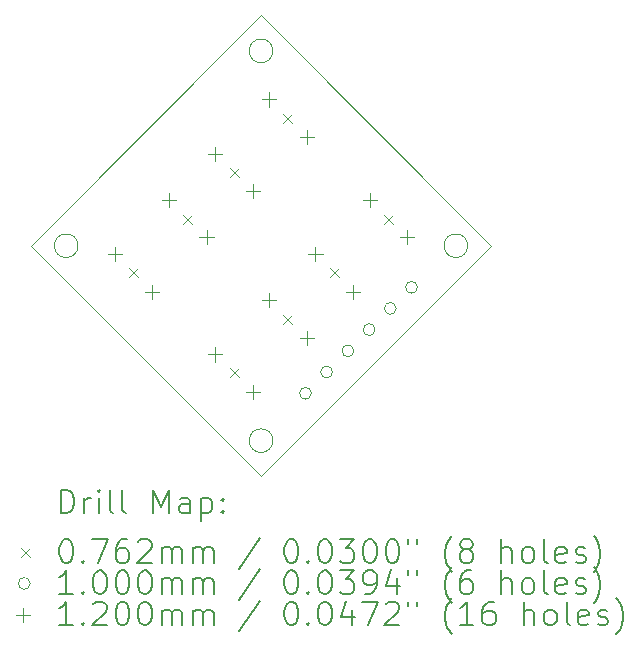
<source format=gbr>
%TF.GenerationSoftware,KiCad,Pcbnew,(6.0.9)*%
%TF.CreationDate,2023-04-13T12:37:56+10:00*%
%TF.ProjectId,Dpadleft,44706164-6c65-4667-942e-6b696361645f,rev?*%
%TF.SameCoordinates,PX6bc3e40PY700e860*%
%TF.FileFunction,Drillmap*%
%TF.FilePolarity,Positive*%
%FSLAX45Y45*%
G04 Gerber Fmt 4.5, Leading zero omitted, Abs format (unit mm)*
G04 Created by KiCad (PCBNEW (6.0.9)) date 2023-04-13 12:37:56*
%MOMM*%
%LPD*%
G01*
G04 APERTURE LIST*
%ADD10C,0.100000*%
%ADD11C,0.200000*%
%ADD12C,0.076200*%
%ADD13C,0.120000*%
G04 APERTURE END LIST*
D10*
X400000Y0D02*
G75*
G03*
X400000Y0I-100000J0D01*
G01*
X1950000Y1950000D02*
X0Y0D01*
X3700000Y0D02*
G75*
G03*
X3700000Y0I-100000J0D01*
G01*
X2050000Y-1650000D02*
G75*
G03*
X2050000Y-1650000I-100000J0D01*
G01*
X3900000Y0D02*
X1950000Y1950000D01*
X1950000Y-1950000D02*
X3900000Y0D01*
X0Y0D02*
X1950000Y-1950000D01*
X2050000Y1650000D02*
G75*
G03*
X2050000Y1650000I-100000J0D01*
G01*
D11*
D12*
X835626Y-188174D02*
X911826Y-264374D01*
X911826Y-188174D02*
X835626Y-264374D01*
X1288174Y264374D02*
X1364374Y188174D01*
X1364374Y264374D02*
X1288174Y188174D01*
X1685626Y661826D02*
X1761826Y585626D01*
X1761826Y661826D02*
X1685626Y585626D01*
X1685626Y-1038174D02*
X1761826Y-1114374D01*
X1761826Y-1038174D02*
X1685626Y-1114374D01*
X2138174Y1114374D02*
X2214374Y1038174D01*
X2214374Y1114374D02*
X2138174Y1038174D01*
X2138174Y-585626D02*
X2214374Y-661826D01*
X2214374Y-585626D02*
X2138174Y-661826D01*
X2535626Y-188174D02*
X2611826Y-264374D01*
X2611826Y-188174D02*
X2535626Y-264374D01*
X2988174Y264374D02*
X3064374Y188174D01*
X3064374Y264374D02*
X2988174Y188174D01*
D10*
X2375987Y-1249013D02*
G75*
G03*
X2375987Y-1249013I-50000J0D01*
G01*
X2555592Y-1069408D02*
G75*
G03*
X2555592Y-1069408I-50000J0D01*
G01*
X2735197Y-889803D02*
G75*
G03*
X2735197Y-889803I-50000J0D01*
G01*
X2914803Y-710197D02*
G75*
G03*
X2914803Y-710197I-50000J0D01*
G01*
X3094408Y-530592D02*
G75*
G03*
X3094408Y-530592I-50000J0D01*
G01*
X3274013Y-350987D02*
G75*
G03*
X3274013Y-350987I-50000J0D01*
G01*
D13*
X711091Y-10711D02*
X711091Y-130711D01*
X651091Y-70711D02*
X771091Y-70711D01*
X1029289Y-328909D02*
X1029289Y-448909D01*
X969289Y-388909D02*
X1089289Y-388909D01*
X1170711Y448909D02*
X1170711Y328909D01*
X1110711Y388909D02*
X1230711Y388909D01*
X1488909Y130711D02*
X1488909Y10711D01*
X1428909Y70711D02*
X1548909Y70711D01*
X1561091Y839289D02*
X1561091Y719289D01*
X1501091Y779289D02*
X1621091Y779289D01*
X1561091Y-860711D02*
X1561091Y-980711D01*
X1501091Y-920711D02*
X1621091Y-920711D01*
X1879289Y521091D02*
X1879289Y401091D01*
X1819289Y461091D02*
X1939289Y461091D01*
X1879289Y-1178909D02*
X1879289Y-1298909D01*
X1819289Y-1238909D02*
X1939289Y-1238909D01*
X2020711Y1298909D02*
X2020711Y1178909D01*
X1960711Y1238909D02*
X2080711Y1238909D01*
X2020711Y-401091D02*
X2020711Y-521091D01*
X1960711Y-461091D02*
X2080711Y-461091D01*
X2338909Y980711D02*
X2338909Y860711D01*
X2278909Y920711D02*
X2398909Y920711D01*
X2338909Y-719289D02*
X2338909Y-839289D01*
X2278909Y-779289D02*
X2398909Y-779289D01*
X2411091Y-10711D02*
X2411091Y-130711D01*
X2351091Y-70711D02*
X2471091Y-70711D01*
X2729289Y-328909D02*
X2729289Y-448909D01*
X2669289Y-388909D02*
X2789289Y-388909D01*
X2870711Y448909D02*
X2870711Y328909D01*
X2810711Y388909D02*
X2930711Y388909D01*
X3188909Y130711D02*
X3188909Y10711D01*
X3128909Y70711D02*
X3248909Y70711D01*
D11*
X252619Y-2265476D02*
X252619Y-2065476D01*
X300238Y-2065476D01*
X328810Y-2075000D01*
X347857Y-2094048D01*
X357381Y-2113095D01*
X366905Y-2151190D01*
X366905Y-2179762D01*
X357381Y-2217857D01*
X347857Y-2236905D01*
X328810Y-2255952D01*
X300238Y-2265476D01*
X252619Y-2265476D01*
X452619Y-2265476D02*
X452619Y-2132143D01*
X452619Y-2170238D02*
X462143Y-2151190D01*
X471667Y-2141667D01*
X490714Y-2132143D01*
X509762Y-2132143D01*
X576429Y-2265476D02*
X576429Y-2132143D01*
X576429Y-2065476D02*
X566905Y-2075000D01*
X576429Y-2084524D01*
X585952Y-2075000D01*
X576429Y-2065476D01*
X576429Y-2084524D01*
X700238Y-2265476D02*
X681190Y-2255952D01*
X671667Y-2236905D01*
X671667Y-2065476D01*
X805000Y-2265476D02*
X785952Y-2255952D01*
X776428Y-2236905D01*
X776428Y-2065476D01*
X1033571Y-2265476D02*
X1033571Y-2065476D01*
X1100238Y-2208333D01*
X1166905Y-2065476D01*
X1166905Y-2265476D01*
X1347857Y-2265476D02*
X1347857Y-2160714D01*
X1338333Y-2141667D01*
X1319286Y-2132143D01*
X1281190Y-2132143D01*
X1262143Y-2141667D01*
X1347857Y-2255952D02*
X1328810Y-2265476D01*
X1281190Y-2265476D01*
X1262143Y-2255952D01*
X1252619Y-2236905D01*
X1252619Y-2217857D01*
X1262143Y-2198810D01*
X1281190Y-2189286D01*
X1328810Y-2189286D01*
X1347857Y-2179762D01*
X1443095Y-2132143D02*
X1443095Y-2332143D01*
X1443095Y-2141667D02*
X1462143Y-2132143D01*
X1500238Y-2132143D01*
X1519286Y-2141667D01*
X1528809Y-2151190D01*
X1538333Y-2170238D01*
X1538333Y-2227381D01*
X1528809Y-2246429D01*
X1519286Y-2255952D01*
X1500238Y-2265476D01*
X1462143Y-2265476D01*
X1443095Y-2255952D01*
X1624048Y-2246429D02*
X1633571Y-2255952D01*
X1624048Y-2265476D01*
X1614524Y-2255952D01*
X1624048Y-2246429D01*
X1624048Y-2265476D01*
X1624048Y-2141667D02*
X1633571Y-2151190D01*
X1624048Y-2160714D01*
X1614524Y-2151190D01*
X1624048Y-2141667D01*
X1624048Y-2160714D01*
D12*
X-81200Y-2556900D02*
X-5000Y-2633100D01*
X-5000Y-2556900D02*
X-81200Y-2633100D01*
D11*
X290714Y-2485476D02*
X309762Y-2485476D01*
X328810Y-2495000D01*
X338333Y-2504524D01*
X347857Y-2523571D01*
X357381Y-2561667D01*
X357381Y-2609286D01*
X347857Y-2647381D01*
X338333Y-2666429D01*
X328810Y-2675952D01*
X309762Y-2685476D01*
X290714Y-2685476D01*
X271667Y-2675952D01*
X262143Y-2666429D01*
X252619Y-2647381D01*
X243095Y-2609286D01*
X243095Y-2561667D01*
X252619Y-2523571D01*
X262143Y-2504524D01*
X271667Y-2495000D01*
X290714Y-2485476D01*
X443095Y-2666429D02*
X452619Y-2675952D01*
X443095Y-2685476D01*
X433571Y-2675952D01*
X443095Y-2666429D01*
X443095Y-2685476D01*
X519286Y-2485476D02*
X652619Y-2485476D01*
X566905Y-2685476D01*
X814524Y-2485476D02*
X776428Y-2485476D01*
X757381Y-2495000D01*
X747857Y-2504524D01*
X728809Y-2533095D01*
X719286Y-2571190D01*
X719286Y-2647381D01*
X728809Y-2666429D01*
X738333Y-2675952D01*
X757381Y-2685476D01*
X795476Y-2685476D01*
X814524Y-2675952D01*
X824048Y-2666429D01*
X833571Y-2647381D01*
X833571Y-2599762D01*
X824048Y-2580714D01*
X814524Y-2571190D01*
X795476Y-2561667D01*
X757381Y-2561667D01*
X738333Y-2571190D01*
X728809Y-2580714D01*
X719286Y-2599762D01*
X909762Y-2504524D02*
X919286Y-2495000D01*
X938333Y-2485476D01*
X985952Y-2485476D01*
X1005000Y-2495000D01*
X1014524Y-2504524D01*
X1024048Y-2523571D01*
X1024048Y-2542619D01*
X1014524Y-2571190D01*
X900238Y-2685476D01*
X1024048Y-2685476D01*
X1109762Y-2685476D02*
X1109762Y-2552143D01*
X1109762Y-2571190D02*
X1119286Y-2561667D01*
X1138333Y-2552143D01*
X1166905Y-2552143D01*
X1185952Y-2561667D01*
X1195476Y-2580714D01*
X1195476Y-2685476D01*
X1195476Y-2580714D02*
X1205000Y-2561667D01*
X1224048Y-2552143D01*
X1252619Y-2552143D01*
X1271667Y-2561667D01*
X1281190Y-2580714D01*
X1281190Y-2685476D01*
X1376429Y-2685476D02*
X1376429Y-2552143D01*
X1376429Y-2571190D02*
X1385952Y-2561667D01*
X1405000Y-2552143D01*
X1433571Y-2552143D01*
X1452619Y-2561667D01*
X1462143Y-2580714D01*
X1462143Y-2685476D01*
X1462143Y-2580714D02*
X1471667Y-2561667D01*
X1490714Y-2552143D01*
X1519286Y-2552143D01*
X1538333Y-2561667D01*
X1547857Y-2580714D01*
X1547857Y-2685476D01*
X1938333Y-2475952D02*
X1766905Y-2733095D01*
X2195476Y-2485476D02*
X2214524Y-2485476D01*
X2233571Y-2495000D01*
X2243095Y-2504524D01*
X2252619Y-2523571D01*
X2262143Y-2561667D01*
X2262143Y-2609286D01*
X2252619Y-2647381D01*
X2243095Y-2666429D01*
X2233571Y-2675952D01*
X2214524Y-2685476D01*
X2195476Y-2685476D01*
X2176429Y-2675952D01*
X2166905Y-2666429D01*
X2157381Y-2647381D01*
X2147857Y-2609286D01*
X2147857Y-2561667D01*
X2157381Y-2523571D01*
X2166905Y-2504524D01*
X2176429Y-2495000D01*
X2195476Y-2485476D01*
X2347857Y-2666429D02*
X2357381Y-2675952D01*
X2347857Y-2685476D01*
X2338333Y-2675952D01*
X2347857Y-2666429D01*
X2347857Y-2685476D01*
X2481190Y-2485476D02*
X2500238Y-2485476D01*
X2519286Y-2495000D01*
X2528810Y-2504524D01*
X2538333Y-2523571D01*
X2547857Y-2561667D01*
X2547857Y-2609286D01*
X2538333Y-2647381D01*
X2528810Y-2666429D01*
X2519286Y-2675952D01*
X2500238Y-2685476D01*
X2481190Y-2685476D01*
X2462143Y-2675952D01*
X2452619Y-2666429D01*
X2443095Y-2647381D01*
X2433571Y-2609286D01*
X2433571Y-2561667D01*
X2443095Y-2523571D01*
X2452619Y-2504524D01*
X2462143Y-2495000D01*
X2481190Y-2485476D01*
X2614524Y-2485476D02*
X2738333Y-2485476D01*
X2671667Y-2561667D01*
X2700238Y-2561667D01*
X2719286Y-2571190D01*
X2728810Y-2580714D01*
X2738333Y-2599762D01*
X2738333Y-2647381D01*
X2728810Y-2666429D01*
X2719286Y-2675952D01*
X2700238Y-2685476D01*
X2643095Y-2685476D01*
X2624048Y-2675952D01*
X2614524Y-2666429D01*
X2862143Y-2485476D02*
X2881190Y-2485476D01*
X2900238Y-2495000D01*
X2909762Y-2504524D01*
X2919286Y-2523571D01*
X2928809Y-2561667D01*
X2928809Y-2609286D01*
X2919286Y-2647381D01*
X2909762Y-2666429D01*
X2900238Y-2675952D01*
X2881190Y-2685476D01*
X2862143Y-2685476D01*
X2843095Y-2675952D01*
X2833571Y-2666429D01*
X2824048Y-2647381D01*
X2814524Y-2609286D01*
X2814524Y-2561667D01*
X2824048Y-2523571D01*
X2833571Y-2504524D01*
X2843095Y-2495000D01*
X2862143Y-2485476D01*
X3052619Y-2485476D02*
X3071667Y-2485476D01*
X3090714Y-2495000D01*
X3100238Y-2504524D01*
X3109762Y-2523571D01*
X3119286Y-2561667D01*
X3119286Y-2609286D01*
X3109762Y-2647381D01*
X3100238Y-2666429D01*
X3090714Y-2675952D01*
X3071667Y-2685476D01*
X3052619Y-2685476D01*
X3033571Y-2675952D01*
X3024048Y-2666429D01*
X3014524Y-2647381D01*
X3005000Y-2609286D01*
X3005000Y-2561667D01*
X3014524Y-2523571D01*
X3024048Y-2504524D01*
X3033571Y-2495000D01*
X3052619Y-2485476D01*
X3195476Y-2485476D02*
X3195476Y-2523571D01*
X3271667Y-2485476D02*
X3271667Y-2523571D01*
X3566905Y-2761667D02*
X3557381Y-2752143D01*
X3538333Y-2723571D01*
X3528809Y-2704524D01*
X3519286Y-2675952D01*
X3509762Y-2628333D01*
X3509762Y-2590238D01*
X3519286Y-2542619D01*
X3528809Y-2514048D01*
X3538333Y-2495000D01*
X3557381Y-2466429D01*
X3566905Y-2456905D01*
X3671667Y-2571190D02*
X3652619Y-2561667D01*
X3643095Y-2552143D01*
X3633571Y-2533095D01*
X3633571Y-2523571D01*
X3643095Y-2504524D01*
X3652619Y-2495000D01*
X3671667Y-2485476D01*
X3709762Y-2485476D01*
X3728809Y-2495000D01*
X3738333Y-2504524D01*
X3747857Y-2523571D01*
X3747857Y-2533095D01*
X3738333Y-2552143D01*
X3728809Y-2561667D01*
X3709762Y-2571190D01*
X3671667Y-2571190D01*
X3652619Y-2580714D01*
X3643095Y-2590238D01*
X3633571Y-2609286D01*
X3633571Y-2647381D01*
X3643095Y-2666429D01*
X3652619Y-2675952D01*
X3671667Y-2685476D01*
X3709762Y-2685476D01*
X3728809Y-2675952D01*
X3738333Y-2666429D01*
X3747857Y-2647381D01*
X3747857Y-2609286D01*
X3738333Y-2590238D01*
X3728809Y-2580714D01*
X3709762Y-2571190D01*
X3985952Y-2685476D02*
X3985952Y-2485476D01*
X4071667Y-2685476D02*
X4071667Y-2580714D01*
X4062143Y-2561667D01*
X4043095Y-2552143D01*
X4014524Y-2552143D01*
X3995476Y-2561667D01*
X3985952Y-2571190D01*
X4195476Y-2685476D02*
X4176428Y-2675952D01*
X4166905Y-2666429D01*
X4157381Y-2647381D01*
X4157381Y-2590238D01*
X4166905Y-2571190D01*
X4176428Y-2561667D01*
X4195476Y-2552143D01*
X4224048Y-2552143D01*
X4243095Y-2561667D01*
X4252619Y-2571190D01*
X4262143Y-2590238D01*
X4262143Y-2647381D01*
X4252619Y-2666429D01*
X4243095Y-2675952D01*
X4224048Y-2685476D01*
X4195476Y-2685476D01*
X4376429Y-2685476D02*
X4357381Y-2675952D01*
X4347857Y-2656905D01*
X4347857Y-2485476D01*
X4528810Y-2675952D02*
X4509762Y-2685476D01*
X4471667Y-2685476D01*
X4452619Y-2675952D01*
X4443095Y-2656905D01*
X4443095Y-2580714D01*
X4452619Y-2561667D01*
X4471667Y-2552143D01*
X4509762Y-2552143D01*
X4528810Y-2561667D01*
X4538333Y-2580714D01*
X4538333Y-2599762D01*
X4443095Y-2618810D01*
X4614524Y-2675952D02*
X4633571Y-2685476D01*
X4671667Y-2685476D01*
X4690714Y-2675952D01*
X4700238Y-2656905D01*
X4700238Y-2647381D01*
X4690714Y-2628333D01*
X4671667Y-2618810D01*
X4643095Y-2618810D01*
X4624048Y-2609286D01*
X4614524Y-2590238D01*
X4614524Y-2580714D01*
X4624048Y-2561667D01*
X4643095Y-2552143D01*
X4671667Y-2552143D01*
X4690714Y-2561667D01*
X4766905Y-2761667D02*
X4776429Y-2752143D01*
X4795476Y-2723571D01*
X4805000Y-2704524D01*
X4814524Y-2675952D01*
X4824048Y-2628333D01*
X4824048Y-2590238D01*
X4814524Y-2542619D01*
X4805000Y-2514048D01*
X4795476Y-2495000D01*
X4776429Y-2466429D01*
X4766905Y-2456905D01*
D10*
X-5000Y-2859000D02*
G75*
G03*
X-5000Y-2859000I-50000J0D01*
G01*
D11*
X357381Y-2949476D02*
X243095Y-2949476D01*
X300238Y-2949476D02*
X300238Y-2749476D01*
X281190Y-2778048D01*
X262143Y-2797095D01*
X243095Y-2806619D01*
X443095Y-2930428D02*
X452619Y-2939952D01*
X443095Y-2949476D01*
X433571Y-2939952D01*
X443095Y-2930428D01*
X443095Y-2949476D01*
X576429Y-2749476D02*
X595476Y-2749476D01*
X614524Y-2759000D01*
X624048Y-2768524D01*
X633571Y-2787571D01*
X643095Y-2825667D01*
X643095Y-2873286D01*
X633571Y-2911381D01*
X624048Y-2930428D01*
X614524Y-2939952D01*
X595476Y-2949476D01*
X576429Y-2949476D01*
X557381Y-2939952D01*
X547857Y-2930428D01*
X538333Y-2911381D01*
X528810Y-2873286D01*
X528810Y-2825667D01*
X538333Y-2787571D01*
X547857Y-2768524D01*
X557381Y-2759000D01*
X576429Y-2749476D01*
X766905Y-2749476D02*
X785952Y-2749476D01*
X805000Y-2759000D01*
X814524Y-2768524D01*
X824048Y-2787571D01*
X833571Y-2825667D01*
X833571Y-2873286D01*
X824048Y-2911381D01*
X814524Y-2930428D01*
X805000Y-2939952D01*
X785952Y-2949476D01*
X766905Y-2949476D01*
X747857Y-2939952D01*
X738333Y-2930428D01*
X728809Y-2911381D01*
X719286Y-2873286D01*
X719286Y-2825667D01*
X728809Y-2787571D01*
X738333Y-2768524D01*
X747857Y-2759000D01*
X766905Y-2749476D01*
X957381Y-2749476D02*
X976428Y-2749476D01*
X995476Y-2759000D01*
X1005000Y-2768524D01*
X1014524Y-2787571D01*
X1024048Y-2825667D01*
X1024048Y-2873286D01*
X1014524Y-2911381D01*
X1005000Y-2930428D01*
X995476Y-2939952D01*
X976428Y-2949476D01*
X957381Y-2949476D01*
X938333Y-2939952D01*
X928809Y-2930428D01*
X919286Y-2911381D01*
X909762Y-2873286D01*
X909762Y-2825667D01*
X919286Y-2787571D01*
X928809Y-2768524D01*
X938333Y-2759000D01*
X957381Y-2749476D01*
X1109762Y-2949476D02*
X1109762Y-2816143D01*
X1109762Y-2835190D02*
X1119286Y-2825667D01*
X1138333Y-2816143D01*
X1166905Y-2816143D01*
X1185952Y-2825667D01*
X1195476Y-2844714D01*
X1195476Y-2949476D01*
X1195476Y-2844714D02*
X1205000Y-2825667D01*
X1224048Y-2816143D01*
X1252619Y-2816143D01*
X1271667Y-2825667D01*
X1281190Y-2844714D01*
X1281190Y-2949476D01*
X1376429Y-2949476D02*
X1376429Y-2816143D01*
X1376429Y-2835190D02*
X1385952Y-2825667D01*
X1405000Y-2816143D01*
X1433571Y-2816143D01*
X1452619Y-2825667D01*
X1462143Y-2844714D01*
X1462143Y-2949476D01*
X1462143Y-2844714D02*
X1471667Y-2825667D01*
X1490714Y-2816143D01*
X1519286Y-2816143D01*
X1538333Y-2825667D01*
X1547857Y-2844714D01*
X1547857Y-2949476D01*
X1938333Y-2739952D02*
X1766905Y-2997095D01*
X2195476Y-2749476D02*
X2214524Y-2749476D01*
X2233571Y-2759000D01*
X2243095Y-2768524D01*
X2252619Y-2787571D01*
X2262143Y-2825667D01*
X2262143Y-2873286D01*
X2252619Y-2911381D01*
X2243095Y-2930428D01*
X2233571Y-2939952D01*
X2214524Y-2949476D01*
X2195476Y-2949476D01*
X2176429Y-2939952D01*
X2166905Y-2930428D01*
X2157381Y-2911381D01*
X2147857Y-2873286D01*
X2147857Y-2825667D01*
X2157381Y-2787571D01*
X2166905Y-2768524D01*
X2176429Y-2759000D01*
X2195476Y-2749476D01*
X2347857Y-2930428D02*
X2357381Y-2939952D01*
X2347857Y-2949476D01*
X2338333Y-2939952D01*
X2347857Y-2930428D01*
X2347857Y-2949476D01*
X2481190Y-2749476D02*
X2500238Y-2749476D01*
X2519286Y-2759000D01*
X2528810Y-2768524D01*
X2538333Y-2787571D01*
X2547857Y-2825667D01*
X2547857Y-2873286D01*
X2538333Y-2911381D01*
X2528810Y-2930428D01*
X2519286Y-2939952D01*
X2500238Y-2949476D01*
X2481190Y-2949476D01*
X2462143Y-2939952D01*
X2452619Y-2930428D01*
X2443095Y-2911381D01*
X2433571Y-2873286D01*
X2433571Y-2825667D01*
X2443095Y-2787571D01*
X2452619Y-2768524D01*
X2462143Y-2759000D01*
X2481190Y-2749476D01*
X2614524Y-2749476D02*
X2738333Y-2749476D01*
X2671667Y-2825667D01*
X2700238Y-2825667D01*
X2719286Y-2835190D01*
X2728810Y-2844714D01*
X2738333Y-2863762D01*
X2738333Y-2911381D01*
X2728810Y-2930428D01*
X2719286Y-2939952D01*
X2700238Y-2949476D01*
X2643095Y-2949476D01*
X2624048Y-2939952D01*
X2614524Y-2930428D01*
X2833571Y-2949476D02*
X2871667Y-2949476D01*
X2890714Y-2939952D01*
X2900238Y-2930428D01*
X2919286Y-2901857D01*
X2928809Y-2863762D01*
X2928809Y-2787571D01*
X2919286Y-2768524D01*
X2909762Y-2759000D01*
X2890714Y-2749476D01*
X2852619Y-2749476D01*
X2833571Y-2759000D01*
X2824048Y-2768524D01*
X2814524Y-2787571D01*
X2814524Y-2835190D01*
X2824048Y-2854238D01*
X2833571Y-2863762D01*
X2852619Y-2873286D01*
X2890714Y-2873286D01*
X2909762Y-2863762D01*
X2919286Y-2854238D01*
X2928809Y-2835190D01*
X3100238Y-2816143D02*
X3100238Y-2949476D01*
X3052619Y-2739952D02*
X3005000Y-2882809D01*
X3128809Y-2882809D01*
X3195476Y-2749476D02*
X3195476Y-2787571D01*
X3271667Y-2749476D02*
X3271667Y-2787571D01*
X3566905Y-3025667D02*
X3557381Y-3016143D01*
X3538333Y-2987571D01*
X3528809Y-2968524D01*
X3519286Y-2939952D01*
X3509762Y-2892333D01*
X3509762Y-2854238D01*
X3519286Y-2806619D01*
X3528809Y-2778048D01*
X3538333Y-2759000D01*
X3557381Y-2730429D01*
X3566905Y-2720905D01*
X3728809Y-2749476D02*
X3690714Y-2749476D01*
X3671667Y-2759000D01*
X3662143Y-2768524D01*
X3643095Y-2797095D01*
X3633571Y-2835190D01*
X3633571Y-2911381D01*
X3643095Y-2930428D01*
X3652619Y-2939952D01*
X3671667Y-2949476D01*
X3709762Y-2949476D01*
X3728809Y-2939952D01*
X3738333Y-2930428D01*
X3747857Y-2911381D01*
X3747857Y-2863762D01*
X3738333Y-2844714D01*
X3728809Y-2835190D01*
X3709762Y-2825667D01*
X3671667Y-2825667D01*
X3652619Y-2835190D01*
X3643095Y-2844714D01*
X3633571Y-2863762D01*
X3985952Y-2949476D02*
X3985952Y-2749476D01*
X4071667Y-2949476D02*
X4071667Y-2844714D01*
X4062143Y-2825667D01*
X4043095Y-2816143D01*
X4014524Y-2816143D01*
X3995476Y-2825667D01*
X3985952Y-2835190D01*
X4195476Y-2949476D02*
X4176428Y-2939952D01*
X4166905Y-2930428D01*
X4157381Y-2911381D01*
X4157381Y-2854238D01*
X4166905Y-2835190D01*
X4176428Y-2825667D01*
X4195476Y-2816143D01*
X4224048Y-2816143D01*
X4243095Y-2825667D01*
X4252619Y-2835190D01*
X4262143Y-2854238D01*
X4262143Y-2911381D01*
X4252619Y-2930428D01*
X4243095Y-2939952D01*
X4224048Y-2949476D01*
X4195476Y-2949476D01*
X4376429Y-2949476D02*
X4357381Y-2939952D01*
X4347857Y-2920905D01*
X4347857Y-2749476D01*
X4528810Y-2939952D02*
X4509762Y-2949476D01*
X4471667Y-2949476D01*
X4452619Y-2939952D01*
X4443095Y-2920905D01*
X4443095Y-2844714D01*
X4452619Y-2825667D01*
X4471667Y-2816143D01*
X4509762Y-2816143D01*
X4528810Y-2825667D01*
X4538333Y-2844714D01*
X4538333Y-2863762D01*
X4443095Y-2882809D01*
X4614524Y-2939952D02*
X4633571Y-2949476D01*
X4671667Y-2949476D01*
X4690714Y-2939952D01*
X4700238Y-2920905D01*
X4700238Y-2911381D01*
X4690714Y-2892333D01*
X4671667Y-2882809D01*
X4643095Y-2882809D01*
X4624048Y-2873286D01*
X4614524Y-2854238D01*
X4614524Y-2844714D01*
X4624048Y-2825667D01*
X4643095Y-2816143D01*
X4671667Y-2816143D01*
X4690714Y-2825667D01*
X4766905Y-3025667D02*
X4776429Y-3016143D01*
X4795476Y-2987571D01*
X4805000Y-2968524D01*
X4814524Y-2939952D01*
X4824048Y-2892333D01*
X4824048Y-2854238D01*
X4814524Y-2806619D01*
X4805000Y-2778048D01*
X4795476Y-2759000D01*
X4776429Y-2730429D01*
X4766905Y-2720905D01*
D13*
X-65000Y-3063000D02*
X-65000Y-3183000D01*
X-125000Y-3123000D02*
X-5000Y-3123000D01*
D11*
X357381Y-3213476D02*
X243095Y-3213476D01*
X300238Y-3213476D02*
X300238Y-3013476D01*
X281190Y-3042048D01*
X262143Y-3061095D01*
X243095Y-3070619D01*
X443095Y-3194428D02*
X452619Y-3203952D01*
X443095Y-3213476D01*
X433571Y-3203952D01*
X443095Y-3194428D01*
X443095Y-3213476D01*
X528810Y-3032524D02*
X538333Y-3023000D01*
X557381Y-3013476D01*
X605000Y-3013476D01*
X624048Y-3023000D01*
X633571Y-3032524D01*
X643095Y-3051571D01*
X643095Y-3070619D01*
X633571Y-3099190D01*
X519286Y-3213476D01*
X643095Y-3213476D01*
X766905Y-3013476D02*
X785952Y-3013476D01*
X805000Y-3023000D01*
X814524Y-3032524D01*
X824048Y-3051571D01*
X833571Y-3089667D01*
X833571Y-3137286D01*
X824048Y-3175381D01*
X814524Y-3194428D01*
X805000Y-3203952D01*
X785952Y-3213476D01*
X766905Y-3213476D01*
X747857Y-3203952D01*
X738333Y-3194428D01*
X728809Y-3175381D01*
X719286Y-3137286D01*
X719286Y-3089667D01*
X728809Y-3051571D01*
X738333Y-3032524D01*
X747857Y-3023000D01*
X766905Y-3013476D01*
X957381Y-3013476D02*
X976428Y-3013476D01*
X995476Y-3023000D01*
X1005000Y-3032524D01*
X1014524Y-3051571D01*
X1024048Y-3089667D01*
X1024048Y-3137286D01*
X1014524Y-3175381D01*
X1005000Y-3194428D01*
X995476Y-3203952D01*
X976428Y-3213476D01*
X957381Y-3213476D01*
X938333Y-3203952D01*
X928809Y-3194428D01*
X919286Y-3175381D01*
X909762Y-3137286D01*
X909762Y-3089667D01*
X919286Y-3051571D01*
X928809Y-3032524D01*
X938333Y-3023000D01*
X957381Y-3013476D01*
X1109762Y-3213476D02*
X1109762Y-3080143D01*
X1109762Y-3099190D02*
X1119286Y-3089667D01*
X1138333Y-3080143D01*
X1166905Y-3080143D01*
X1185952Y-3089667D01*
X1195476Y-3108714D01*
X1195476Y-3213476D01*
X1195476Y-3108714D02*
X1205000Y-3089667D01*
X1224048Y-3080143D01*
X1252619Y-3080143D01*
X1271667Y-3089667D01*
X1281190Y-3108714D01*
X1281190Y-3213476D01*
X1376429Y-3213476D02*
X1376429Y-3080143D01*
X1376429Y-3099190D02*
X1385952Y-3089667D01*
X1405000Y-3080143D01*
X1433571Y-3080143D01*
X1452619Y-3089667D01*
X1462143Y-3108714D01*
X1462143Y-3213476D01*
X1462143Y-3108714D02*
X1471667Y-3089667D01*
X1490714Y-3080143D01*
X1519286Y-3080143D01*
X1538333Y-3089667D01*
X1547857Y-3108714D01*
X1547857Y-3213476D01*
X1938333Y-3003952D02*
X1766905Y-3261095D01*
X2195476Y-3013476D02*
X2214524Y-3013476D01*
X2233571Y-3023000D01*
X2243095Y-3032524D01*
X2252619Y-3051571D01*
X2262143Y-3089667D01*
X2262143Y-3137286D01*
X2252619Y-3175381D01*
X2243095Y-3194428D01*
X2233571Y-3203952D01*
X2214524Y-3213476D01*
X2195476Y-3213476D01*
X2176429Y-3203952D01*
X2166905Y-3194428D01*
X2157381Y-3175381D01*
X2147857Y-3137286D01*
X2147857Y-3089667D01*
X2157381Y-3051571D01*
X2166905Y-3032524D01*
X2176429Y-3023000D01*
X2195476Y-3013476D01*
X2347857Y-3194428D02*
X2357381Y-3203952D01*
X2347857Y-3213476D01*
X2338333Y-3203952D01*
X2347857Y-3194428D01*
X2347857Y-3213476D01*
X2481190Y-3013476D02*
X2500238Y-3013476D01*
X2519286Y-3023000D01*
X2528810Y-3032524D01*
X2538333Y-3051571D01*
X2547857Y-3089667D01*
X2547857Y-3137286D01*
X2538333Y-3175381D01*
X2528810Y-3194428D01*
X2519286Y-3203952D01*
X2500238Y-3213476D01*
X2481190Y-3213476D01*
X2462143Y-3203952D01*
X2452619Y-3194428D01*
X2443095Y-3175381D01*
X2433571Y-3137286D01*
X2433571Y-3089667D01*
X2443095Y-3051571D01*
X2452619Y-3032524D01*
X2462143Y-3023000D01*
X2481190Y-3013476D01*
X2719286Y-3080143D02*
X2719286Y-3213476D01*
X2671667Y-3003952D02*
X2624048Y-3146809D01*
X2747857Y-3146809D01*
X2805000Y-3013476D02*
X2938333Y-3013476D01*
X2852619Y-3213476D01*
X3005000Y-3032524D02*
X3014524Y-3023000D01*
X3033571Y-3013476D01*
X3081190Y-3013476D01*
X3100238Y-3023000D01*
X3109762Y-3032524D01*
X3119286Y-3051571D01*
X3119286Y-3070619D01*
X3109762Y-3099190D01*
X2995476Y-3213476D01*
X3119286Y-3213476D01*
X3195476Y-3013476D02*
X3195476Y-3051571D01*
X3271667Y-3013476D02*
X3271667Y-3051571D01*
X3566905Y-3289667D02*
X3557381Y-3280143D01*
X3538333Y-3251571D01*
X3528809Y-3232524D01*
X3519286Y-3203952D01*
X3509762Y-3156333D01*
X3509762Y-3118238D01*
X3519286Y-3070619D01*
X3528809Y-3042048D01*
X3538333Y-3023000D01*
X3557381Y-2994428D01*
X3566905Y-2984905D01*
X3747857Y-3213476D02*
X3633571Y-3213476D01*
X3690714Y-3213476D02*
X3690714Y-3013476D01*
X3671667Y-3042048D01*
X3652619Y-3061095D01*
X3633571Y-3070619D01*
X3919286Y-3013476D02*
X3881190Y-3013476D01*
X3862143Y-3023000D01*
X3852619Y-3032524D01*
X3833571Y-3061095D01*
X3824048Y-3099190D01*
X3824048Y-3175381D01*
X3833571Y-3194428D01*
X3843095Y-3203952D01*
X3862143Y-3213476D01*
X3900238Y-3213476D01*
X3919286Y-3203952D01*
X3928809Y-3194428D01*
X3938333Y-3175381D01*
X3938333Y-3127762D01*
X3928809Y-3108714D01*
X3919286Y-3099190D01*
X3900238Y-3089667D01*
X3862143Y-3089667D01*
X3843095Y-3099190D01*
X3833571Y-3108714D01*
X3824048Y-3127762D01*
X4176428Y-3213476D02*
X4176428Y-3013476D01*
X4262143Y-3213476D02*
X4262143Y-3108714D01*
X4252619Y-3089667D01*
X4233571Y-3080143D01*
X4205000Y-3080143D01*
X4185952Y-3089667D01*
X4176428Y-3099190D01*
X4385952Y-3213476D02*
X4366905Y-3203952D01*
X4357381Y-3194428D01*
X4347857Y-3175381D01*
X4347857Y-3118238D01*
X4357381Y-3099190D01*
X4366905Y-3089667D01*
X4385952Y-3080143D01*
X4414524Y-3080143D01*
X4433571Y-3089667D01*
X4443095Y-3099190D01*
X4452619Y-3118238D01*
X4452619Y-3175381D01*
X4443095Y-3194428D01*
X4433571Y-3203952D01*
X4414524Y-3213476D01*
X4385952Y-3213476D01*
X4566905Y-3213476D02*
X4547857Y-3203952D01*
X4538333Y-3184905D01*
X4538333Y-3013476D01*
X4719286Y-3203952D02*
X4700238Y-3213476D01*
X4662143Y-3213476D01*
X4643095Y-3203952D01*
X4633571Y-3184905D01*
X4633571Y-3108714D01*
X4643095Y-3089667D01*
X4662143Y-3080143D01*
X4700238Y-3080143D01*
X4719286Y-3089667D01*
X4728810Y-3108714D01*
X4728810Y-3127762D01*
X4633571Y-3146809D01*
X4805000Y-3203952D02*
X4824048Y-3213476D01*
X4862143Y-3213476D01*
X4881190Y-3203952D01*
X4890714Y-3184905D01*
X4890714Y-3175381D01*
X4881190Y-3156333D01*
X4862143Y-3146809D01*
X4833571Y-3146809D01*
X4814524Y-3137286D01*
X4805000Y-3118238D01*
X4805000Y-3108714D01*
X4814524Y-3089667D01*
X4833571Y-3080143D01*
X4862143Y-3080143D01*
X4881190Y-3089667D01*
X4957381Y-3289667D02*
X4966905Y-3280143D01*
X4985952Y-3251571D01*
X4995476Y-3232524D01*
X5005000Y-3203952D01*
X5014524Y-3156333D01*
X5014524Y-3118238D01*
X5005000Y-3070619D01*
X4995476Y-3042048D01*
X4985952Y-3023000D01*
X4966905Y-2994428D01*
X4957381Y-2984905D01*
M02*

</source>
